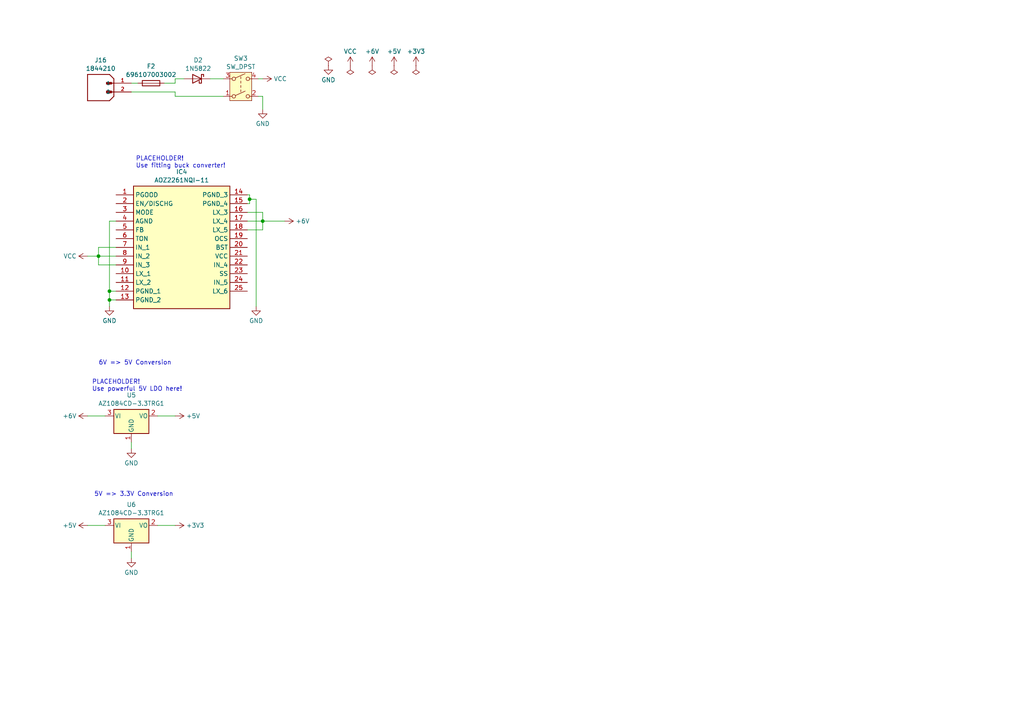
<source format=kicad_sch>
(kicad_sch (version 20230121) (generator eeschema)
  (paper "A4")
  (lib_symbols
    (symbol "Diode:1N5822" (pin_numbers hide) (pin_names (offset 1.016) hide)
      (property "Reference" "D" (at 0 2.54 0))
      (property "Value" "1N5822" (at 0 -2.54 0))
      (symbol "1N5822_0_1"
        (polyline (pts (xy 1.27 0) (xy -1.27 0)))
        (polyline (pts (xy 1.27 1.27) (xy 1.27 -1.27) (xy -1.27 0) (xy 1.27 1.27)) (stroke (width 0.254)))
        (polyline (pts (xy -1.905 0.635) (xy -1.905 1.27) (xy -1.27 1.27) (xy -1.27 -1.27) (xy -0.635 -1.27) (xy -0.635 -0.635)) (stroke (width 0.254)))
      )
      (symbol "1N5822_1_1"
        (pin passive line (at -3.81 0 0) (length 2.54) (name "K") (number "1"))
        (pin passive line (at 3.81 0 180) (length 2.54) (name "A") (number "2"))
      )
    )
    (symbol "Switch:SW_DPST" (pin_names (offset 0) hide)
      (property "Reference" "SW" (at 0 6.35 0))
      (property "Value" "SW_DPST" (at 0 -5.08 0))
      (symbol "SW_DPST_0_0"
        (circle (center -2.032 -2.54) (radius 0.508))
        (circle (center -2.032 2.54) (radius 0.508))
        (polyline (pts (xy -1.524 -2.286) (xy 1.27 -1.016)))
        (polyline (pts (xy -1.524 2.794) (xy 1.27 4.064)))
        (polyline (pts (xy 0 -1.27) (xy 0 -0.635)))
        (polyline (pts (xy 0 0) (xy 0 0.635)))
        (polyline (pts (xy 0 1.27) (xy 0 1.905)))
        (polyline (pts (xy 0 2.54) (xy 0 3.175)))
        (circle (center 2.032 -2.54) (radius 0.508))
        (circle (center 2.032 2.54) (radius 0.508))
      )
      (symbol "SW_DPST_1_1"
        (rectangle (start -3.175 4.445) (end 3.175 -3.81) (fill (type background)))
        (pin passive line (at -5.08 -2.54 0) (length 2.54) (name "1") (number "1"))
        (pin passive line (at 5.08 -2.54 180) (length 2.54) (name "2") (number "2"))
        (pin passive line (at -5.08 2.54 0) (length 2.54) (name "3") (number "3"))
        (pin passive line (at 5.08 2.54 180) (length 2.54) (name "4") (number "4"))
      )
    )
    (symbol "compi:1844210" (pin_names (offset 1.016))
      (property "Reference" "J" (at 0 3.81 0))
      (property "Value" "1844210" (at 0 -7.62 0))
      (symbol "1844210_0_1"
        (polyline (pts (xy 0 -3.81) (xy 1.27 -5.08)) (stroke (width 0.254)))
        (polyline (pts (xy 0 -2.54) (xy 1.905 -2.54)) (stroke (width 0.254)))
        (polyline (pts (xy 0 0) (xy 0 -3.81)) (stroke (width 0.254)))
        (polyline (pts (xy 0 0) (xy 1.905 0)) (stroke (width 0.254)))
        (polyline (pts (xy 0 1.27) (xy 0 0)) (stroke (width 0.254)))
        (polyline (pts (xy 0 1.27) (xy 1.27 2.54)) (stroke (width 0.254)))
        (polyline (pts (xy 1.27 -5.08) (xy 7.62 -5.08)) (stroke (width 0.254)))
        (polyline (pts (xy 7.62 -5.08) (xy 7.62 2.54)) (stroke (width 0.254)))
        (polyline (pts (xy 7.62 2.54) (xy 1.27 2.54)) (stroke (width 0.254)))
        (rectangle (start 0.635 -2.8575) (end 2.2225 -2.2225) (stroke (width 0.1)) (fill (type outline)))
        (rectangle (start 0.635 -0.3175) (end 2.2225 0.3175) (stroke (width 0.1)) (fill (type outline)))
        (pin passive line (at -5.08 0 0) (length 5.08) (name "1") (number "1"))
        (pin passive line (at -5.08 -2.54 0) (length 5.08) (name "2") (number "2"))
      )
    )
    (symbol "compi:696107003002" (pin_numbers hide) (pin_names (offset 0))
      (property "Reference" "F1" (at -1.524 -1.2121 0))
      (property "Value" "696107003002" (at -1.524 1.2121 0))
      (symbol "696107003002_0_1"
        (rectangle (start -0.762 -2.54) (end 0.762 2.54) (stroke (width 0.254)))
        (polyline (pts (xy 0 2.54) (xy 0 -2.54)))
      )
      (symbol "696107003002_1_1"
        (pin passive line (at 0 3.81 270) (length 1.27) (name "~") (number "1"))
        (pin passive line (at 0 -3.81 90) (length 1.27) (name "~") (number "2"))
      )
    )
    (symbol "compi:AOZ2261NQI-11"
      (property "Reference" "IC" (at 34.29 7.62 0))
      (property "Value" "AOZ2261NQI-11" (at 34.29 5.08 0))
      (symbol "AOZ2261NQI-11_1_1"
        (rectangle (start 5.08 2.54) (end 33.02 -33.02) (stroke (width 0.254)) (fill (type background)))
        (pin passive line (at 0 0 0) (length 5.08) (name "PGOOD") (number "1"))
        (pin passive line (at 0 -22.86 0) (length 5.08) (name "LX_1") (number "10"))
        (pin passive line (at 0 -25.4 0) (length 5.08) (name "LX_2") (number "11"))
        (pin passive line (at 0 -27.94 0) (length 5.08) (name "PGND_1") (number "12"))
        (pin passive line (at 0 -30.48 0) (length 5.08) (name "PGND_2") (number "13"))
        (pin passive line (at 38.1 0 180) (length 5.08) (name "PGND_3") (number "14"))
        (pin passive line (at 38.1 -2.54 180) (length 5.08) (name "PGND_4") (number "15"))
        (pin passive line (at 38.1 -5.08 180) (length 5.08) (name "LX_3") (number "16"))
        (pin passive line (at 38.1 -7.62 180) (length 5.08) (name "LX_4") (number "17"))
        (pin passive line (at 38.1 -10.16 180) (length 5.08) (name "LX_5") (number "18"))
        (pin passive line (at 38.1 -12.7 180) (length 5.08) (name "OCS") (number "19"))
        (pin passive line (at 0 -2.54 0) (length 5.08) (name "EN/DISCHG") (number "2"))
        (pin passive line (at 38.1 -15.24 180) (length 5.08) (name "BST") (number "20"))
        (pin passive line (at 38.1 -17.78 180) (length 5.08) (name "VCC") (number "21"))
        (pin passive line (at 38.1 -20.32 180) (length 5.08) (name "IN_4") (number "22"))
        (pin passive line (at 38.1 -22.86 180) (length 5.08) (name "SS") (number "23"))
        (pin passive line (at 38.1 -25.4 180) (length 5.08) (name "IN_5") (number "24"))
        (pin passive line (at 38.1 -27.94 180) (length 5.08) (name "LX_6") (number "25"))
        (pin passive line (at 0 -5.08 0) (length 5.08) (name "MODE") (number "3"))
        (pin passive line (at 0 -7.62 0) (length 5.08) (name "AGND") (number "4"))
        (pin passive line (at 0 -10.16 0) (length 5.08) (name "FB") (number "5"))
        (pin passive line (at 0 -12.7 0) (length 5.08) (name "TON") (number "6"))
        (pin passive line (at 0 -15.24 0) (length 5.08) (name "IN_1") (number "7"))
        (pin passive line (at 0 -17.78 0) (length 5.08) (name "IN_2") (number "8"))
        (pin passive line (at 0 -20.32 0) (length 5.08) (name "IN_3") (number "9"))
      )
    )
    (symbol "compi:AZ1084CD-3.3TRG1" (pin_names (offset 0.254))
      (property "Reference" "U18" (at 0 6.0493 0))
      (property "Value" "AZ1084CD-3.3TRG1" (at 0 3.6251 0))
      (symbol "AZ1084CD-3.3TRG1_0_1"
        (rectangle (start -5.08 1.905) (end 5.08 -5.08) (stroke (width 0.254)) (fill (type background)))
      )
      (symbol "AZ1084CD-3.3TRG1_1_1"
        (pin power_in line (at 0 -7.62 90) (length 2.54) (name "GND") (number "1"))
        (pin power_out line (at 7.62 0 180) (length 2.54) (name "VO") (number "2"))
        (pin power_in line (at -7.62 0 0) (length 2.54) (name "VI") (number "3"))
      )
    )
    (symbol "power:+3V3" (power) (pin_names (offset 0))
      (property "Value" "+3V3" (at 0 3.556 0))
      (symbol "+3V3_0_1"
        (polyline (pts (xy -0.762 1.27) (xy 0 2.54)))
        (polyline (pts (xy 0 0) (xy 0 2.54)))
        (polyline (pts (xy 0 2.54) (xy 0.762 1.27)))
      )
      (symbol "+3V3_1_1"
        (pin power_in line (at 0 0 90) (length 0) hide (name "+3V3") (number "1"))
      )
    )
    (symbol "power:+5V" (power) (pin_names (offset 0))
      (property "Value" "+5V" (at 0 3.556 0))
      (symbol "+5V_0_1"
        (polyline (pts (xy -0.762 1.27) (xy 0 2.54)))
        (polyline (pts (xy 0 0) (xy 0 2.54)))
        (polyline (pts (xy 0 2.54) (xy 0.762 1.27)))
      )
      (symbol "+5V_1_1"
        (pin power_in line (at 0 0 90) (length 0) hide (name "+5V") (number "1"))
      )
    )
    (symbol "power:+6V" (power) (pin_names (offset 0))
      (property "Value" "+6V" (at 0 3.556 0))
      (symbol "+6V_0_1"
        (polyline (pts (xy -0.762 1.27) (xy 0 2.54)))
        (polyline (pts (xy 0 0) (xy 0 2.54)))
        (polyline (pts (xy 0 2.54) (xy 0.762 1.27)))
      )
      (symbol "+6V_1_1"
        (pin power_in line (at 0 0 90) (length 0) hide (name "+6V") (number "1"))
      )
    )
    (symbol "power:GND" (power) (pin_names (offset 0))
      (property "Value" "GND" (at 0 -3.81 0))
      (symbol "GND_0_1"
        (polyline (pts (xy 0 0) (xy 0 -1.27) (xy 1.27 -1.27) (xy 0 -2.54) (xy -1.27 -1.27) (xy 0 -1.27)))
      )
      (symbol "GND_1_1"
        (pin power_in line (at 0 0 270) (length 0) hide (name "GND") (number "1"))
      )
    )
    (symbol "power:PWR_FLAG" (power) (pin_numbers hide) (pin_names (offset 0) hide)
      (property "Value" "PWR_FLAG" (at 0 3.81 0))
      (symbol "PWR_FLAG_0_0"
        (pin power_out line (at 0 0 90) (length 0) (name "pwr") (number "1"))
      )
      (symbol "PWR_FLAG_0_1"
        (polyline (pts (xy 0 0) (xy 0 1.27) (xy -1.016 1.905) (xy 0 2.54) (xy 1.016 1.905) (xy 0 1.27)))
      )
    )
    (symbol "power:VCC" (power) (pin_names (offset 0))
      (property "Value" "VCC" (at 0 3.81 0))
      (symbol "VCC_0_1"
        (polyline (pts (xy -0.762 1.27) (xy 0 2.54)))
        (polyline (pts (xy 0 0) (xy 0 2.54)))
        (polyline (pts (xy 0 2.54) (xy 0.762 1.27)))
      )
      (symbol "VCC_1_1"
        (pin power_in line (at 0 0 90) (length 0) hide (name "VCC") (number "1"))
      )
    )
  )
  (junction (at 28.575 74.295))
  (junction (at 31.75 84.455))
  (junction (at 76.2 64.135))
  (junction (at 72.39 57.785))
  (junction (at 31.75 86.995))
  (wire (pts (xy 50.8 27.94) (xy 64.77 27.94)))
  (wire (pts (xy 31.75 84.455) (xy 33.655 84.455)))
  (wire (pts (xy 71.755 66.675) (xy 76.2 66.675)))
  (wire (pts (xy 25.4 120.65) (xy 30.48 120.65)))
  (wire (pts (xy 31.75 86.995) (xy 31.75 84.455)))
  (wire (pts (xy 28.575 71.755) (xy 28.575 74.295)))
  (wire (pts (xy 74.295 57.785) (xy 74.295 88.9)))
  (wire (pts (xy 38.1 128.27) (xy 38.1 130.175)))
  (wire (pts (xy 31.75 64.135) (xy 31.75 84.455)))
  (wire (pts (xy 47.625 24.13) (xy 50.8 24.13)))
  (wire (pts (xy 45.72 152.4) (xy 50.8 152.4)))
  (wire (pts (xy 60.96 22.86) (xy 64.77 22.86)))
  (wire (pts (xy 25.4 152.4) (xy 30.48 152.4)))
  (wire (pts (xy 31.75 86.995) (xy 33.655 86.995)))
  (wire (pts (xy 72.39 59.055) (xy 72.39 57.785)))
  (wire (pts (xy 28.575 74.295) (xy 33.655 74.295)))
  (wire (pts (xy 71.755 59.055) (xy 72.39 59.055)))
  (wire (pts (xy 71.755 61.595) (xy 76.2 61.595)))
  (wire (pts (xy 50.8 22.86) (xy 53.34 22.86)))
  (wire (pts (xy 25.4 74.295) (xy 28.575 74.295)))
  (wire (pts (xy 31.75 88.9) (xy 31.75 86.995)))
  (wire (pts (xy 76.2 61.595) (xy 76.2 64.135)))
  (wire (pts (xy 76.2 64.135) (xy 82.55 64.135)))
  (wire (pts (xy 50.8 26.67) (xy 50.8 27.94)))
  (wire (pts (xy 28.575 76.835) (xy 28.575 74.295)))
  (wire (pts (xy 76.2 27.94) (xy 76.2 31.75)))
  (wire (pts (xy 38.1 24.13) (xy 40.005 24.13)))
  (wire (pts (xy 72.39 57.785) (xy 72.39 56.515)))
  (wire (pts (xy 50.8 24.13) (xy 50.8 22.86)))
  (wire (pts (xy 76.2 66.675) (xy 76.2 64.135)))
  (wire (pts (xy 33.655 71.755) (xy 28.575 71.755)))
  (wire (pts (xy 72.39 57.785) (xy 74.295 57.785)))
  (wire (pts (xy 71.755 64.135) (xy 76.2 64.135)))
  (wire (pts (xy 38.1 160.02) (xy 38.1 161.925)))
  (wire (pts (xy 38.1 26.67) (xy 50.8 26.67)))
  (wire (pts (xy 33.655 64.135) (xy 31.75 64.135)))
  (wire (pts (xy 74.93 22.86) (xy 76.2 22.86)))
  (wire (pts (xy 45.72 120.65) (xy 50.8 120.65)))
  (wire (pts (xy 74.93 27.94) (xy 76.2 27.94)))
  (wire (pts (xy 72.39 56.515) (xy 71.755 56.515)))
  (wire (pts (xy 33.655 76.835) (xy 28.575 76.835)))
  (text "5V => 3.3V Conversion" (at 27.305 144.145 0) (effects (font (size 1.27 1.27)) (justify left bottom)))
  (text "PLACEHOLDER!\nUse powerful 5V LDO here!" (at 26.67 113.665 0) (effects (font (size 1.27 1.27)) (justify left bottom)))
  (text "6V => 5V Conversion" (at 28.575 106.045 0) (effects (font (size 1.27 1.27)) (justify left bottom)))
  (text "PLACEHOLDER!\nUse fitting buck converter!" (at 39.37 48.895 0) (effects (font (size 1.27 1.27)) (justify left bottom)))
  (symbol (lib_id "power:+5V") (at 25.4 152.4 90) (unit 1)
    (property "Reference" "#PWR085" (effects hide))
    (property "Value" "+5V" (at 22.2251 152.4 90) (effects (justify left)))
  )
  (symbol (lib_id "power:GND") (at 31.75 88.9 0) (unit 1)
    (property "Reference" "#PWR090" (effects hide))
    (property "Value" "GND" (at 31.75 93.0331 0))
  )
  (symbol (lib_id "power:PWR_FLAG") (at 107.95 19.05 180) (unit 1)
    (property "Reference" "#FLG02" (effects hide))
    (property "Value" "PWR_FLAG" (effects hide))
  )
  (symbol (lib_id "power:PWR_FLAG") (at 95.25 19.05 0) (unit 1)
    (property "Reference" "#FLG05" (effects hide))
    (property "Value" "PWR_FLAG" (effects hide))
  )
  (symbol (lib_id "power:+3V3") (at 120.65 19.05 0) (unit 1)
    (property "Reference" "#PWR095" (effects hide))
    (property "Value" "+3V3" (at 120.65 14.9169 0))
  )
  (symbol (lib_id "power:GND") (at 76.2 31.75 0) (unit 1)
    (property "Reference" "#PWR080" (effects hide))
    (property "Value" "GND" (at 76.2 35.8831 0))
  )
  (symbol (lib_id "compi:696107003002") (at 43.815 24.13 90) (unit 1)
    (property "Reference" "F2" (at 43.815 19.2237 90))
    (property "Value" "696107003002" (at 43.815 21.6479 90))
    (property "Footprint" "compi:696107003002" (effects hide))
    (property "Datasheet" "https://www.we-online.com/katalog/datasheet/696107003002.pdf" (effects hide))
    (property "DigiKey Part No." "732-11375-ND" (effects hide))
    (property "TroniDex Component ID" "696107003002" (effects hide))
    (property "TroniDex Part No." "696107003002" (effects hide))
  )
  (symbol (lib_id "power:+5V") (at 114.3 19.05 0) (unit 1)
    (property "Reference" "#PWR094" (effects hide))
    (property "Value" "+5V" (at 114.3 14.9169 0))
  )
  (symbol (lib_id "power:PWR_FLAG") (at 120.65 19.05 180) (unit 1)
    (property "Reference" "#FLG04" (effects hide))
    (property "Value" "PWR_FLAG" (effects hide))
  )
  (symbol (lib_id "power:VCC") (at 76.2 22.86 270) (unit 1)
    (property "Reference" "#PWR081" (effects hide))
    (property "Value" "VCC" (at 79.375 22.86 90) (effects (justify left)))
  )
  (symbol (lib_id "power:GND") (at 74.295 88.9 0) (unit 1)
    (property "Reference" "#PWR089" (effects hide))
    (property "Value" "GND" (at 74.295 93.0331 0))
  )
  (symbol (lib_id "power:GND") (at 38.1 130.175 0) (unit 1)
    (property "Reference" "#PWR082" (effects hide))
    (property "Value" "GND" (at 38.1 134.3081 0))
  )
  (symbol (lib_id "compi:AZ1084CD-3.3TRG1") (at 38.1 120.65 0) (unit 1)
    (property "Reference" "U5" (at 38.1 114.6007 0))
    (property "Value" "AZ1084CD-3.3TRG1" (at 38.1 117.0249 0))
    (property "Footprint" "compi:AZ1084CD-3_3TRG1" (effects hide))
    (property "Datasheet" "https://www.diodes.com/assets/Datasheets/AZ1084C.pdf" (effects hide))
    (property "LCSC Part No." "C151391" (effects hide))
    (property "DigiKey Part No." "AZ1084CD-3.3TRG1DICT-ND" (effects hide))
    (property "TroniDex Component ID" "AZ1084CD-3_3TRG1" (effects hide))
    (property "TroniDex Part No." "AZ1084CD-3.3TRG1" (effects hide))
  )
  (symbol (lib_id "power:+5V") (at 50.8 120.65 270) (unit 1)
    (property "Reference" "#PWR084" (effects hide))
    (property "Value" "+5V" (at 53.975 120.65 90) (effects (justify left)))
  )
  (symbol (lib_id "power:GND") (at 38.1 161.925 0) (unit 1)
    (property "Reference" "#PWR086" (effects hide))
    (property "Value" "GND" (at 38.1 166.0581 0))
  )
  (symbol (lib_id "power:+3V3") (at 50.8 152.4 270) (unit 1)
    (property "Reference" "#PWR087" (effects hide))
    (property "Value" "+3V3" (at 53.975 152.4 90) (effects (justify left)))
  )
  (symbol (lib_id "power:GND") (at 95.25 19.05 0) (unit 1)
    (property "Reference" "#PWR096" (effects hide))
    (property "Value" "GND" (at 95.25 23.1831 0))
  )
  (symbol (lib_id "power:+6V") (at 82.55 64.135 270) (unit 1)
    (property "Reference" "#PWR088" (effects hide))
    (property "Value" "+6V" (at 85.725 64.135 90) (effects (justify left)))
  )
  (symbol (lib_id "compi:AZ1084CD-3.3TRG1") (at 38.1 152.4 0) (unit 1)
    (property "Reference" "U6" (at 38.1 146.3507 0))
    (property "Value" "AZ1084CD-3.3TRG1" (at 38.1 148.7749 0))
    (property "Footprint" "compi:AZ1084CD-3_3TRG1" (effects hide))
    (property "Datasheet" "https://www.diodes.com/assets/Datasheets/AZ1084C.pdf" (effects hide))
    (property "LCSC Part No." "C151391" (effects hide))
    (property "DigiKey Part No." "AZ1084CD-3.3TRG1DICT-ND" (effects hide))
    (property "TroniDex Component ID" "AZ1084CD-3_3TRG1" (effects hide))
    (property "TroniDex Part No." "AZ1084CD-3.3TRG1" (effects hide))
  )
  (symbol (lib_id "compi:1844210") (at 33.02 24.13 0) (mirror y) (unit 1)
    (property "Reference" "J16" (at 29.21 17.4457 0))
    (property "Value" "1844210" (at 29.21 19.8699 0))
    (property "Footprint" "compi:combicon-1844210" (effects hide))
    (property "Datasheet" "https://www.phoenixcontact.com/product/pdf/api/v1/MTg0NDIxMA?_realm=us&_locale=en-US&blocks=commercial-data%2Ctechnical-data%2Cdrawings%2Capprovals%2Cclassifications%2Cenvironmental-compliance-data%2Call-accessories" (effects hide))
    (property "DigiKey Part No." "277-2416-ND" (effects hide))
    (property "TroniDex Component ID" "combicon-1844210" (effects hide))
    (property "TroniDex Part No." "1844210" (effects hide))
  )
  (symbol (lib_id "power:+6V") (at 107.95 19.05 0) (unit 1)
    (property "Reference" "#PWR093" (effects hide))
    (property "Value" "+6V" (at 107.95 14.9169 0))
  )
  (symbol (lib_id "compi:AOZ2261NQI-11") (at 33.655 56.515 0) (unit 1)
    (property "Reference" "IC4" (at 52.705 49.8307 0))
    (property "Value" "AOZ2261NQI-11" (at 52.705 52.2549 0))
    (property "Footprint" "compi:aoz2261ngl-11" (effects hide))
    (property "Datasheet" "http://www.aosmd.com/res/data_sheets/AOZ2261NQI-11.pdf" (effects hide))
    (property "DigiKey Part No." "785-1901-1-ND" (effects hide))
    (property "TroniDex Component ID" "aoz2261ngl-11" (effects hide))
    (property "TroniDex Part No." "AOZ2261NQI-11" (effects hide))
  )
  (symbol (lib_id "power:VCC") (at 25.4 74.295 90) (unit 1)
    (property "Reference" "#PWR091" (effects hide))
    (property "Value" "VCC" (at 22.225 74.295 90) (effects (justify left)))
  )
  (symbol (lib_id "power:VCC") (at 101.6 19.05 0) (unit 1)
    (property "Reference" "#PWR092" (effects hide))
    (property "Value" "VCC" (at 101.6 14.9169 0))
  )
  (symbol (lib_id "power:+6V") (at 25.4 120.65 90) (unit 1)
    (property "Reference" "#PWR083" (effects hide))
    (property "Value" "+6V" (at 22.2251 120.65 90) (effects (justify left)))
  )
  (symbol (lib_id "Switch:SW_DPST") (at 69.85 25.4 0) (unit 1)
    (property "Reference" "SW3" (at 69.85 16.9377 0))
    (property "Value" "SW_DPST" (at 69.85 19.3619 0))
    (property "Footprint" "Button_Switch_THT:SW_Push_2P1T_Toggle_CK_PVA1xxH1xxxxxxV2" (effects hide))
  )
  (symbol (lib_id "power:PWR_FLAG") (at 101.6 19.05 180) (unit 1)
    (property "Reference" "#FLG01" (effects hide))
    (property "Value" "PWR_FLAG" (effects hide))
  )
  (symbol (lib_id "Diode:1N5822") (at 57.15 22.86 0) (mirror y) (unit 1)
    (property "Reference" "D2" (at 57.4675 17.4457 0))
    (property "Value" "1N5822" (at 57.4675 19.8699 0))
    (property "Footprint" "Diode_THT:D_DO-201AD_P15.24mm_Horizontal" (effects hide))
    (property "Datasheet" "http://www.vishay.com/docs/88526/1n5820.pdf" (effects hide))
  )
  (symbol (lib_id "power:PWR_FLAG") (at 114.3 19.05 180) (unit 1)
    (property "Reference" "#FLG03" (effects hide))
    (property "Value" "PWR_FLAG" (effects hide))
  )
)
</source>
